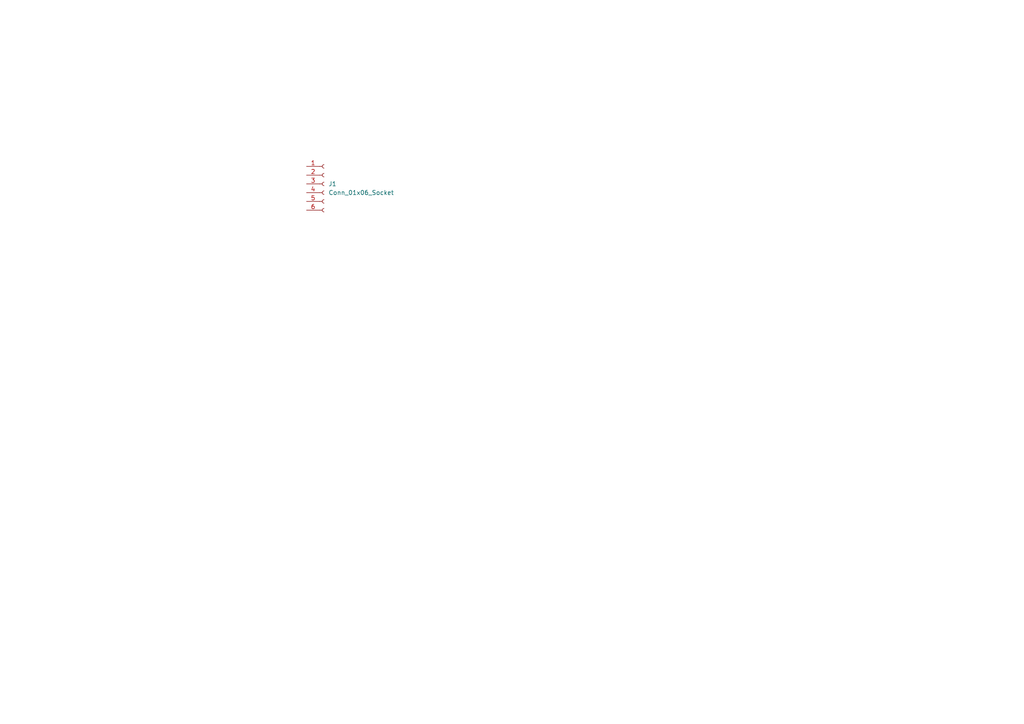
<source format=kicad_sch>
(kicad_sch (version 20231120) (generator "eeschema") (generator_version "8.0")
  (paper "A4")
  (lib_symbols
    (symbol "Connector:Conn_01x06_Socket" (pin_names (offset 1.016) hide)
      (property "Reference" "J" (at 0 7.62 0))
      (property "Value" "Conn_01x06_Socket" (at 0 -10.16 0))
      (symbol "Conn_01x06_Socket_1_1"
        (arc (start 0 -7.112) (mid -0.5058 -7.62) (end 0 -8.128) (stroke (width 0.1524)))
        (arc (start 0 -4.572) (mid -0.5058 -5.08) (end 0 -5.588) (stroke (width 0.1524)))
        (arc (start 0 -2.032) (mid -0.5058 -2.54) (end 0 -3.048) (stroke (width 0.1524)))
        (polyline (pts (xy -1.27 -7.62) (xy -0.508 -7.62)) (stroke (width 0.1524)))
        (polyline (pts (xy -1.27 -5.08) (xy -0.508 -5.08)) (stroke (width 0.1524)))
        (polyline (pts (xy -1.27 -2.54) (xy -0.508 -2.54)) (stroke (width 0.1524)))
        (polyline (pts (xy -1.27 0) (xy -0.508 0)) (stroke (width 0.1524)))
        (polyline (pts (xy -1.27 2.54) (xy -0.508 2.54)) (stroke (width 0.1524)))
        (polyline (pts (xy -1.27 5.08) (xy -0.508 5.08)) (stroke (width 0.1524)))
        (arc (start 0 0.508) (mid -0.5058 0) (end 0 -0.508) (stroke (width 0.1524)))
        (arc (start 0 3.048) (mid -0.5058 2.54) (end 0 2.032) (stroke (width 0.1524)))
        (arc (start 0 5.588) (mid -0.5058 5.08) (end 0 4.572) (stroke (width 0.1524)))
        (pin passive line (at -5.08 5.08 0) (length 3.81) (name "Pin_1") (number "1"))
        (pin passive line (at -5.08 2.54 0) (length 3.81) (name "Pin_2") (number "2"))
        (pin passive line (at -5.08 0 0) (length 3.81) (name "Pin_3") (number "3"))
        (pin passive line (at -5.08 -2.54 0) (length 3.81) (name "Pin_4") (number "4"))
        (pin passive line (at -5.08 -5.08 0) (length 3.81) (name "Pin_5") (number "5"))
        (pin passive line (at -5.08 -7.62 0) (length 3.81) (name "Pin_6") (number "6"))
      )
    )
  )
  (symbol (lib_id "Connector:Conn_01x06_Socket") (at 93.98 53.34 0) (unit 1)
    (property "Reference" "J1" (at 95.25 53.3399 0) (effects (justify left)))
    (property "Value" "Conn_01x06_Socket" (at 95.25 55.8799 0) (effects (justify left)))
    (property "Footprint" "Connector_PinSocket_2.54mm:PinSocket_1x06_P2.54mm_Horizontal" (effects (hide yes)))
    (property "Description" "Generic connector, single row, 01x06, script generated" (effects (hide yes)))
  )
)
</source>
